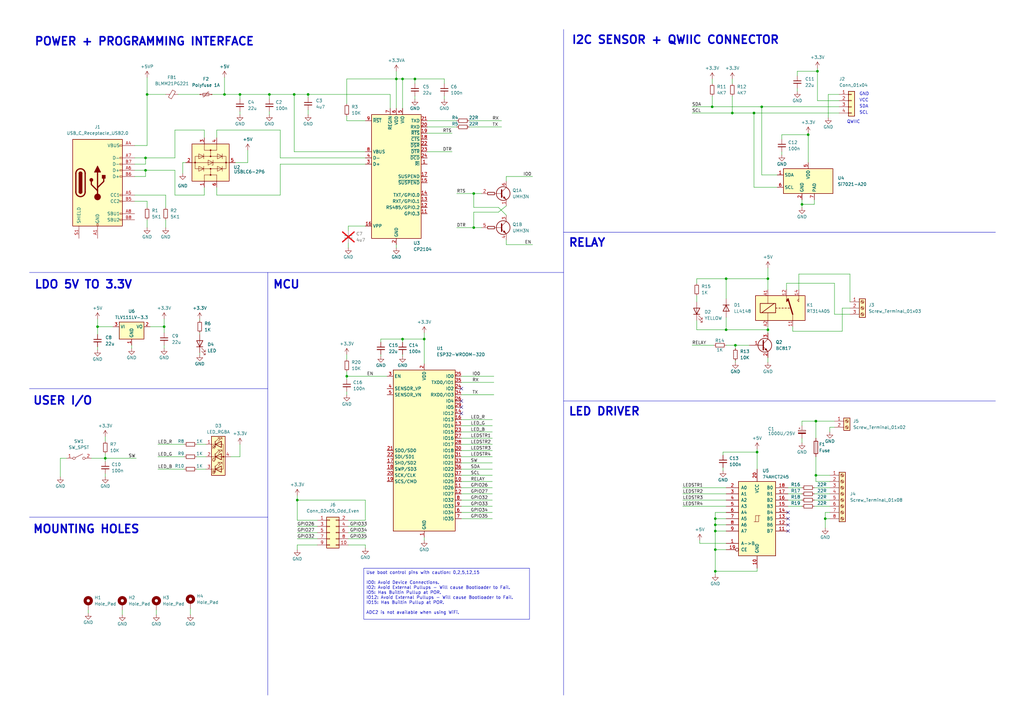
<source format=kicad_sch>
(kicad_sch (version 20230121) (generator eeschema)
  (paper "A3")
  (title_block (title "IoT Temperature and Humidity on ESP32") (date "2024-07-07") (rev "1.0") (company "-"))
  (junction (at 60.325 38.735))
  (junction (at 43.18 187.96))
  (junction (at 165.1 32.385))
  (junction (at 110.49 38.735))
  (junction (at 40.005 133.985))
  (junction (at 297.815 114.3))
  (junction (at 300.355 46.355))
  (junction (at 170.18 32.385))
  (junction (at 338.455 212.725))
  (junction (at 142.24 154.305))
  (junction (at 293.37 212.725))
  (junction (at 310.515 185.42))
  (junction (at 314.96 135.255))
  (junction (at 297.815 135.255))
  (junction (at 334.645 172.72))
  (junction (at 59.69 64.77))
  (junction (at 335.28 29.21))
  (junction (at 98.425 38.735))
  (junction (at 293.37 217.805))
  (junction (at 328.93 83.82))
  (junction (at 334.645 194.945))
  (junction (at 314.96 114.3))
  (junction (at 293.37 234.315))
  (junction (at 121.92 205.105))
  (junction (at 292.1 43.815))
  (junction (at 309.245 46.355))
  (junction (at 165.1 139.065))
  (junction (at 120.65 38.735))
  (junction (at 293.37 225.425))
  (junction (at 194.31 79.375))
  (junction (at 59.69 69.85))
  (junction (at 67.31 133.985))
  (junction (at 301.625 141.605))
  (junction (at 331.47 55.245))
  (junction (at 312.42 43.815))
  (junction (at 194.31 93.345))
  (junction (at 92.075 38.735))
  (junction (at 126.365 38.735))
  (junction (at 293.37 215.265))
  (junction (at 173.99 139.065))
  (junction (at 162.56 32.385))
  (no_connect (at 323.215 215.265))
  (no_connect (at 323.215 217.805))
  (no_connect (at 323.215 210.185))
  (no_connect (at 189.23 167.005))
  (no_connect (at 189.23 164.465))
  (no_connect (at 323.215 212.725))
  (no_connect (at 189.23 169.545))
  (no_connect (at 189.23 159.385))
  (wire (pts (xy 121.92 203.2) (xy 121.92 205.105)))
  (wire (pts (xy 81.915 144.78) (xy 81.915 145.415)))
  (wire (pts (xy 292.1 39.37) (xy 292.1 43.815)))
  (wire (pts (xy 310.515 185.42) (xy 310.515 192.405)))
  (wire (pts (xy 67.945 80.01) (xy 67.945 85.09)))
  (wire (pts (xy 287.02 221.615) (xy 287.02 222.885)))
  (wire (pts (xy 121.92 223.52) (xy 121.92 225.425)))
  (wire (pts (xy 142.875 220.98) (xy 149.86 220.98)))
  (wire (pts (xy 83.82 80.01) (xy 83.82 76.835)))
  (wire (pts (xy 340.36 210.185) (xy 338.455 210.185)))
  (wire (pts (xy 323.215 207.645) (xy 328.93 207.645)))
  (wire (pts (xy 328.93 83.82) (xy 328.93 85.09)))
  (wire (pts (xy 189.23 200.025) (xy 201.93 200.025)))
  (wire (pts (xy 142.24 145.415) (xy 142.24 147.32)))
  (wire (pts (xy 334.01 200.025) (xy 340.36 200.025)))
  (wire (pts (xy 71.755 53.34) (xy 83.82 53.34)))
  (wire (pts (xy 327.025 31.115) (xy 327.025 29.21)))
  (wire (pts (xy 297.815 141.605) (xy 301.625 141.605)))
  (wire (pts (xy 101.6 66.675) (xy 101.6 61.595)))
  (wire (pts (xy 80.645 192.405) (xy 84.455 192.405)))
  (wire (pts (xy 292.1 43.815) (xy 312.42 43.815)))
  (wire (pts (xy 110.49 45.72) (xy 110.49 46.99)))
  (wire (pts (xy 328.93 174.625) (xy 328.93 172.72)))
  (wire (pts (xy 334.645 194.945) (xy 340.36 194.945)))
  (wire (pts (xy 165.1 32.385) (xy 162.56 32.385)))
  (wire (pts (xy 280.035 205.105) (xy 297.815 205.105)))
  (wire (pts (xy 194.31 79.375) (xy 194.31 85.09)))
  (wire (pts (xy 309.245 46.355) (xy 344.17 46.355)))
  (wire (pts (xy 120.65 38.735) (xy 120.65 62.23)))
  (polyline (pts (xy 109.855 212.09) (xy 12.065 212.09)))
  (wire (pts (xy 142.875 223.52) (xy 149.86 223.52)))
  (wire (pts (xy 94.615 187.325) (xy 98.425 187.325)))
  (wire (pts (xy 36.195 250.19) (xy 36.195 251.46)))
  (wire (pts (xy 327.025 29.21) (xy 335.28 29.21)))
  (wire (pts (xy 160.02 44.45) (xy 160.02 38.735)))
  (wire (pts (xy 40.005 130.81) (xy 40.005 133.985)))
  (wire (pts (xy 142.875 99.695) (xy 142.875 101.6)))
  (wire (pts (xy 194.31 93.345) (xy 197.485 93.345)))
  (wire (pts (xy 348.615 112.395) (xy 348.615 123.825)))
  (wire (pts (xy 43.18 186.055) (xy 43.18 187.96)))
  (wire (pts (xy 280.035 207.645) (xy 297.815 207.645)))
  (wire (pts (xy 189.23 189.865) (xy 201.93 189.865)))
  (wire (pts (xy 142.24 154.305) (xy 158.75 154.305)))
  (wire (pts (xy 43.18 187.96) (xy 55.88 187.96)))
  (wire (pts (xy 170.18 39.37) (xy 170.18 40.64)))
  (wire (pts (xy 283.845 43.815) (xy 292.1 43.815)))
  (wire (pts (xy 149.86 223.52) (xy 149.86 224.79)))
  (wire (pts (xy 67.31 133.985) (xy 67.31 136.525)))
  (wire (pts (xy 59.69 64.77) (xy 71.755 64.77)))
  (polyline (pts (xy 109.855 159.385) (xy 12.065 159.385)))
  (wire (pts (xy 173.99 220.345) (xy 173.99 221.615)))
  (wire (pts (xy 24.765 187.96) (xy 24.765 195.58)))
  (wire (pts (xy 189.23 187.325) (xy 201.93 187.325)))
  (wire (pts (xy 325.12 133.985) (xy 325.12 135.89)))
  (wire (pts (xy 96.52 66.675) (xy 101.6 66.675)))
  (wire (pts (xy 64.77 192.405) (xy 75.565 192.405)))
  (wire (pts (xy 81.915 136.525) (xy 81.915 137.16)))
  (wire (pts (xy 312.42 43.815) (xy 344.17 43.815)))
  (wire (pts (xy 142.875 213.36) (xy 149.86 213.36)))
  (wire (pts (xy 27.305 187.96) (xy 24.765 187.96)))
  (wire (pts (xy 310.515 184.15) (xy 310.515 185.42)))
  (wire (pts (xy 328.93 172.72) (xy 334.645 172.72)))
  (wire (pts (xy 142.24 32.385) (xy 142.24 42.545)))
  (wire (pts (xy 297.815 225.425) (xy 293.37 225.425)))
  (wire (pts (xy 162.56 100.33) (xy 162.56 101.6)))
  (wire (pts (xy 59.69 72.39) (xy 59.69 69.85)))
  (wire (pts (xy 149.86 92.71) (xy 142.875 92.71)))
  (wire (pts (xy 287.02 222.885) (xy 297.815 222.885)))
  (wire (pts (xy 189.23 197.485) (xy 201.93 197.485)))
  (wire (pts (xy 121.92 205.105) (xy 121.92 213.36)))
  (wire (pts (xy 121.92 220.98) (xy 130.175 220.98)))
  (wire (pts (xy 162.56 29.21) (xy 162.56 32.385)))
  (wire (pts (xy 301.625 141.605) (xy 301.625 142.875)))
  (wire (pts (xy 293.37 225.425) (xy 293.37 234.315)))
  (wire (pts (xy 142.24 152.4) (xy 142.24 154.305)))
  (wire (pts (xy 334.645 197.485) (xy 340.36 197.485)))
  (wire (pts (xy 189.23 205.105) (xy 201.93 205.105)))
  (wire (pts (xy 207.645 98.425) (xy 207.645 100.33)))
  (wire (pts (xy 126.365 38.735) (xy 120.65 38.735)))
  (wire (pts (xy 60.325 38.735) (xy 60.325 31.75)))
  (wire (pts (xy 81.915 130.81) (xy 81.915 131.445)))
  (wire (pts (xy 314.96 133.985) (xy 314.96 135.255)))
  (wire (pts (xy 189.23 194.945) (xy 201.93 194.945)))
  (wire (pts (xy 189.23 192.405) (xy 201.93 192.405)))
  (wire (pts (xy 338.455 210.185) (xy 338.455 212.725)))
  (wire (pts (xy 53.975 141.605) (xy 53.975 142.875)))
  (wire (pts (xy 55.245 64.77) (xy 59.69 64.77)))
  (wire (pts (xy 322.58 118.745) (xy 322.58 116.205)))
  (wire (pts (xy 334.01 207.645) (xy 340.36 207.645)))
  (wire (pts (xy 189.23 156.845) (xy 202.565 156.845)))
  (wire (pts (xy 182.245 34.29) (xy 182.245 32.385)))
  (wire (pts (xy 173.99 136.525) (xy 173.99 139.065)))
  (wire (pts (xy 293.37 234.315) (xy 293.37 235.585)))
  (wire (pts (xy 331.47 54.61) (xy 331.47 55.245)))
  (wire (pts (xy 309.245 76.835) (xy 309.245 46.355)))
  (wire (pts (xy 187.325 79.375) (xy 194.31 79.375)))
  (wire (pts (xy 345.44 135.89) (xy 345.44 126.365)))
  (wire (pts (xy 280.035 200.025) (xy 297.815 200.025)))
  (wire (pts (xy 149.86 62.23) (xy 120.65 62.23)))
  (wire (pts (xy 292.1 32.385) (xy 292.1 34.29)))
  (wire (pts (xy 293.37 217.805) (xy 293.37 225.425)))
  (wire (pts (xy 88.9 56.515) (xy 88.9 53.34)))
  (wire (pts (xy 296.545 191.77) (xy 296.545 193.04)))
  (wire (pts (xy 342.265 128.905) (xy 348.615 128.905)))
  (wire (pts (xy 78.105 249.555) (xy 78.105 252.095)))
  (wire (pts (xy 73.025 38.735) (xy 81.915 38.735)))
  (wire (pts (xy 207.645 74.295) (xy 207.645 72.39)))
  (wire (pts (xy 175.26 54.61) (xy 185.42 54.61)))
  (wire (pts (xy 43.18 194.31) (xy 43.18 195.58)))
  (wire (pts (xy 301.625 141.605) (xy 307.34 141.605)))
  (wire (pts (xy 74.93 71.12) (xy 74.93 66.675)))
  (wire (pts (xy 296.545 186.69) (xy 296.545 185.42)))
  (wire (pts (xy 285.75 135.255) (xy 297.815 135.255)))
  (wire (pts (xy 189.23 202.565) (xy 201.93 202.565)))
  (wire (pts (xy 334.01 83.82) (xy 334.01 81.915)))
  (polyline (pts (xy 231.14 12.065) (xy 231.14 285.115)))
  (wire (pts (xy 61.595 133.985) (xy 67.31 133.985)))
  (wire (pts (xy 335.28 29.21) (xy 335.28 41.275)))
  (wire (pts (xy 189.23 207.645) (xy 201.93 207.645)))
  (wire (pts (xy 207.645 72.39) (xy 218.44 72.39)))
  (wire (pts (xy 344.17 41.275) (xy 335.28 41.275)))
  (wire (pts (xy 162.56 32.385) (xy 162.56 44.45)))
  (wire (pts (xy 342.265 116.205) (xy 342.265 128.905)))
  (wire (pts (xy 142.24 32.385) (xy 162.56 32.385)))
  (wire (pts (xy 297.815 135.255) (xy 314.96 135.255)))
  (wire (pts (xy 318.77 76.835) (xy 309.245 76.835)))
  (wire (pts (xy 182.245 32.385) (xy 170.18 32.385)))
  (wire (pts (xy 189.23 182.245) (xy 201.93 182.245)))
  (wire (pts (xy 297.815 114.3) (xy 285.75 114.3)))
  (wire (pts (xy 187.325 93.345) (xy 194.31 93.345)))
  (wire (pts (xy 64.135 250.19) (xy 64.135 252.095)))
  (wire (pts (xy 189.23 177.165) (xy 201.93 177.165)))
  (wire (pts (xy 207.645 100.33) (xy 218.44 100.33)))
  (wire (pts (xy 334.01 205.105) (xy 340.36 205.105)))
  (wire (pts (xy 334.645 194.945) (xy 334.645 197.485)))
  (wire (pts (xy 60.325 82.55) (xy 60.325 85.09)))
  (wire (pts (xy 67.945 90.17) (xy 67.945 93.345)))
  (wire (pts (xy 189.23 161.925) (xy 202.565 161.925)))
  (wire (pts (xy 194.31 85.09) (xy 204.47 85.09)))
  (wire (pts (xy 300.355 32.385) (xy 300.355 34.29)))
  (wire (pts (xy 285.75 114.3) (xy 285.75 116.205)))
  (wire (pts (xy 334.01 202.565) (xy 340.36 202.565)))
  (wire (pts (xy 142.875 92.71) (xy 142.875 94.615)))
  (wire (pts (xy 98.425 38.735) (xy 92.075 38.735)))
  (wire (pts (xy 55.245 67.31) (xy 59.69 67.31)))
  (wire (pts (xy 175.26 52.07) (xy 187.325 52.07)))
  (wire (pts (xy 142.875 218.44) (xy 149.86 218.44)))
  (wire (pts (xy 189.23 210.185) (xy 201.93 210.185)))
  (wire (pts (xy 43.18 179.07) (xy 43.18 180.975)))
  (wire (pts (xy 301.625 147.955) (xy 301.625 148.59)))
  (wire (pts (xy 293.37 234.315) (xy 310.515 234.315)))
  (wire (pts (xy 142.875 215.9) (xy 149.86 215.9)))
  (polyline (pts (xy 12.065 111.76) (xy 231.14 111.76)))
  (wire (pts (xy 189.23 179.705) (xy 201.93 179.705)))
  (wire (pts (xy 189.23 172.085) (xy 201.93 172.085)))
  (wire (pts (xy 114.935 64.77) (xy 149.86 64.77)))
  (wire (pts (xy 338.455 212.725) (xy 340.36 212.725)))
  (wire (pts (xy 121.92 213.36) (xy 130.175 213.36)))
  (wire (pts (xy 293.37 210.185) (xy 293.37 212.725)))
  (wire (pts (xy 60.325 59.69) (xy 55.245 59.69)))
  (wire (pts (xy 88.9 80.01) (xy 114.935 80.01)))
  (wire (pts (xy 339.725 38.735) (xy 339.725 48.26)))
  (wire (pts (xy 80.645 182.245) (xy 84.455 182.245)))
  (wire (pts (xy 88.9 53.34) (xy 114.935 53.34)))
  (wire (pts (xy 173.99 139.065) (xy 173.99 149.225)))
  (wire (pts (xy 285.75 121.285) (xy 285.75 123.825)))
  (wire (pts (xy 323.215 202.565) (xy 328.93 202.565)))
  (wire (pts (xy 194.31 86.995) (xy 204.47 86.995)))
  (wire (pts (xy 344.17 38.735) (xy 339.725 38.735)))
  (wire (pts (xy 149.86 49.53) (xy 142.24 49.53)))
  (wire (pts (xy 156.21 139.065) (xy 165.1 139.065)))
  (wire (pts (xy 345.44 126.365) (xy 348.615 126.365)))
  (wire (pts (xy 328.93 179.705) (xy 328.93 181.61)))
  (wire (pts (xy 297.815 130.175) (xy 297.815 135.255)))
  (wire (pts (xy 322.58 116.205) (xy 342.265 116.205)))
  (wire (pts (xy 310.515 234.315) (xy 310.515 233.045)))
  (wire (pts (xy 192.405 52.07) (xy 205.74 52.07)))
  (wire (pts (xy 323.215 205.105) (xy 328.93 205.105)))
  (wire (pts (xy 297.815 212.725) (xy 293.37 212.725)))
  (wire (pts (xy 323.215 200.025) (xy 328.93 200.025)))
  (wire (pts (xy 293.37 215.265) (xy 293.37 217.805)))
  (wire (pts (xy 40.005 133.985) (xy 40.005 137.16)))
  (wire (pts (xy 293.37 212.725) (xy 293.37 215.265)))
  (wire (pts (xy 283.845 46.355) (xy 300.355 46.355)))
  (wire (pts (xy 165.1 139.065) (xy 165.1 140.335)))
  (wire (pts (xy 189.23 184.785) (xy 201.93 184.785)))
  (wire (pts (xy 285.75 131.445) (xy 285.75 135.255)))
  (wire (pts (xy 342.265 175.26) (xy 340.36 175.26)))
  (wire (pts (xy 156.21 140.335) (xy 156.21 139.065)))
  (wire (pts (xy 71.755 69.85) (xy 71.755 80.01)))
  (wire (pts (xy 98.425 187.325) (xy 98.425 182.245)))
  (wire (pts (xy 320.675 55.245) (xy 331.47 55.245)))
  (wire (pts (xy 170.18 34.29) (xy 170.18 32.385)))
  (wire (pts (xy 59.69 69.85) (xy 71.755 69.85)))
  (wire (pts (xy 327.66 118.745) (xy 327.66 112.395)))
  (wire (pts (xy 55.245 80.01) (xy 67.945 80.01)))
  (wire (pts (xy 114.935 80.01) (xy 114.935 67.31)))
  (wire (pts (xy 189.23 212.725) (xy 201.93 212.725)))
  (wire (pts (xy 182.245 39.37) (xy 182.245 40.64)))
  (wire (pts (xy 71.755 80.01) (xy 83.82 80.01)))
  (wire (pts (xy 325.12 135.89) (xy 345.44 135.89)))
  (wire (pts (xy 67.31 141.605) (xy 67.31 142.875)))
  (wire (pts (xy 194.31 93.345) (xy 194.31 86.995)))
  (wire (pts (xy 60.325 38.735) (xy 60.325 59.69)))
  (wire (pts (xy 280.035 202.565) (xy 297.815 202.565)))
  (wire (pts (xy 334.645 172.72) (xy 334.645 179.705)))
  (wire (pts (xy 149.86 205.105) (xy 121.92 205.105)))
  (wire (pts (xy 165.1 139.065) (xy 173.99 139.065)))
  (wire (pts (xy 207.645 84.455) (xy 204.47 86.995)))
  (wire (pts (xy 110.49 38.735) (xy 110.49 40.64)))
  (wire (pts (xy 64.77 187.325) (xy 75.565 187.325)))
  (polyline (pts (xy 231.14 95.25) (xy 408.305 95.25)))
  (wire (pts (xy 50.165 250.19) (xy 50.165 252.095)))
  (wire (pts (xy 74.93 66.675) (xy 76.2 66.675)))
  (wire (pts (xy 121.92 218.44) (xy 130.175 218.44)))
  (wire (pts (xy 55.245 82.55) (xy 60.325 82.55)))
  (wire (pts (xy 92.075 38.735) (xy 92.075 31.75)))
  (wire (pts (xy 83.82 53.34) (xy 83.82 56.515)))
  (wire (pts (xy 327.025 36.195) (xy 327.025 37.465)))
  (wire (pts (xy 297.815 217.805) (xy 293.37 217.805)))
  (wire (pts (xy 297.815 210.185) (xy 293.37 210.185)))
  (wire (pts (xy 60.325 90.17) (xy 60.325 93.345)))
  (wire (pts (xy 98.425 45.72) (xy 98.425 46.99)))
  (wire (pts (xy 64.77 182.245) (xy 75.565 182.245)))
  (wire (pts (xy 165.1 32.385) (xy 165.1 44.45)))
  (wire (pts (xy 297.815 215.265) (xy 293.37 215.265)))
  (wire (pts (xy 175.26 49.53) (xy 187.325 49.53)))
  (wire (pts (xy 340.36 175.26) (xy 340.36 177.165)))
  (wire (pts (xy 110.49 38.735) (xy 98.425 38.735)))
  (wire (pts (xy 88.9 76.835) (xy 88.9 80.01)))
  (wire (pts (xy 175.26 62.23) (xy 185.42 62.23)))
  (wire (pts (xy 297.815 122.555) (xy 297.815 114.3)))
  (wire (pts (xy 86.995 38.735) (xy 92.075 38.735)))
  (wire (pts (xy 297.815 114.3) (xy 314.96 114.3)))
  (wire (pts (xy 114.935 67.31) (xy 149.86 67.31)))
  (wire (pts (xy 300.355 39.37) (xy 300.355 46.355)))
  (wire (pts (xy 126.365 38.735) (xy 126.365 40.005)))
  (wire (pts (xy 314.96 146.685) (xy 314.96 148.59)))
  (wire (pts (xy 170.18 32.385) (xy 165.1 32.385)))
  (wire (pts (xy 126.365 45.085) (xy 126.365 46.99)))
  (wire (pts (xy 55.245 69.85) (xy 59.69 69.85)))
  (wire (pts (xy 55.245 72.39) (xy 59.69 72.39)))
  (wire (pts (xy 142.24 154.305) (xy 142.24 155.575)))
  (wire (pts (xy 328.93 83.82) (xy 334.01 83.82)))
  (wire (pts (xy 189.23 174.625) (xy 201.93 174.625)))
  (wire (pts (xy 114.935 53.34) (xy 114.935 64.77)))
  (wire (pts (xy 283.845 141.605) (xy 292.735 141.605)))
  (wire (pts (xy 121.92 215.9) (xy 130.175 215.9)))
  (wire (pts (xy 334.645 187.325) (xy 334.645 194.945)))
  (wire (pts (xy 300.355 46.355) (xy 309.245 46.355)))
  (wire (pts (xy 43.18 187.96) (xy 43.18 189.23)))
  (wire (pts (xy 80.645 187.325) (xy 84.455 187.325)))
  (wire (pts (xy 320.675 62.23) (xy 320.675 63.5)))
  (wire (pts (xy 37.465 187.96) (xy 43.18 187.96)))
  (wire (pts (xy 312.42 71.755) (xy 312.42 43.815)))
  (polyline (pts (xy 109.855 111.76) (xy 109.855 285.115)))
  (polyline (pts (xy 231.14 164.465) (xy 408.305 164.465)))
  (wire (pts (xy 194.31 79.375) (xy 197.485 79.375)))
  (wire (pts (xy 156.21 145.415) (xy 156.21 146.05)))
  (wire (pts (xy 296.545 185.42) (xy 310.515 185.42)))
  (wire (pts (xy 327.66 112.395) (xy 348.615 112.395)))
  (wire (pts (xy 314.96 135.255) (xy 314.96 136.525)))
  (wire (pts (xy 314.96 109.855) (xy 314.96 114.3)))
  (wire (pts (xy 189.23 154.305) (xy 202.565 154.305)))
  (wire (pts (xy 46.355 133.985) (xy 40.005 133.985)))
  (wire (pts (xy 40.005 142.24) (xy 40.005 143.51)))
  (wire (pts (xy 130.175 223.52) (xy 121.92 223.52)))
  (wire (pts (xy 98.425 38.735) (xy 98.425 40.64)))
  (wire (pts (xy 142.24 160.655) (xy 142.24 161.925)))
  (wire (pts (xy 318.77 71.755) (xy 312.42 71.755)))
  (wire (pts (xy 342.265 172.72) (xy 334.645 172.72)))
  (wire (pts (xy 60.325 38.735) (xy 67.945 38.735)))
  (wire (pts (xy 149.86 213.36) (xy 149.86 205.105)))
  (wire (pts (xy 160.02 38.735) (xy 126.365 38.735)))
  (wire (pts (xy 338.455 212.725) (xy 338.455 216.535)))
  (wire (pts (xy 335.28 27.94) (xy 335.28 29.21)))
  (wire (pts (xy 67.31 130.81) (xy 67.31 133.985)))
  (wire (pts (xy 165.1 145.415) (xy 165.1 146.05)))
  (wire (pts (xy 71.755 64.77) (xy 71.755 53.34)))
  (wire (pts (xy 59.69 67.31) (xy 59.69 64.77)))
  (wire (pts (xy 331.47 55.245) (xy 331.47 66.675)))
  (wire (pts (xy 192.405 49.53) (xy 205.74 49.53)))
  (wire (pts (xy 314.96 114.3) (xy 314.96 118.745)))
  (wire (pts (xy 120.65 38.735) (xy 110.49 38.735)))
  (wire (pts (xy 207.645 88.265) (xy 204.47 85.09)))
  (wire (pts (xy 328.93 81.915) (xy 328.93 83.82)))
  (wire (pts (xy 320.675 57.15) (xy 320.675 55.245)))
  (wire (pts (xy 142.24 49.53) (xy 142.24 47.625)))
  (text_box "Use boot control pins with caution: 0,2,5,12,15\n\nIO0: Avoid Device Connections.\nIO2: Avoid External Pullups - Will cause Bootloader to Fail.\nIO5: Has Builtin Pullup at POR.\nIO12: Avoid External Pullups - Will cause Bootloader to Fail.\nIO15: Has Builtin Pullup at POR.\n\nADC2 is not available when using WiFi." (at 149.225 233.045 0) (size 67.945 20.955) (effects (font (size 1.27 1.27)) (justify left top)))
  (text "LED DRIVER" (at 233.045 170.815 0) (effects (font (size 3.302 3.302) (thickness 0.6604) bold) (justify left bottom)))
  (text "MOUNTING HOLES" (at 13.335 219.075 0) (effects (font (size 3.302 3.302) (thickness 0.6604) bold) (justify left bottom)))
  (text "USER I/O" (at 13.335 166.37 0) (effects (font (size 3.302 3.302) (thickness 0.6604) bold) (justify left bottom)))
  (text "POWER + PROGRAMMING INTERFACE" (at 13.97 19.05 0) (effects (font (size 3.302 3.302) (thickness 0.6604) bold) (justify left bottom)))
  (text "SCL" (at 352.425 46.99 0) (effects (font (size 1.27 1.27)) (justify left bottom)))
  (text "SDA" (at 352.425 44.45 0) (effects (font (size 1.27 1.27)) (justify left bottom)))
  (text "I2C SENSOR + QWIIC CONNECTOR" (at 234.315 18.415 0) (effects (font (size 3.302 3.302) (thickness 0.6604) bold) (justify left bottom)))
  (text "RELAY" (at 233.045 101.6 0) (effects (font (size 3.302 3.302) (thickness 0.6604) bold) (justify left bottom)))
  (text "VCC" (at 352.425 41.91 0) (effects (font (size 1.27 1.27)) (justify left bottom)))
  (text "GND" (at 352.425 39.37 0) (effects (font (size 1.27 1.27)) (justify left bottom)))
  (text "MCU" (at 111.76 118.745 0) (effects (font (size 3.302 3.302) (thickness 0.6604) bold) (justify left bottom)))
  (text "LDO 5V TO 3.3V" (at 13.97 118.745 0) (effects (font (size 3.302 3.302) (thickness 0.6604) bold) (justify left bottom)))
  (text "QWIIC" (at 347.345 50.8 0) (effects (font (size 1.27 1.27)) (justify left bottom)))
  (label "RX" (at 193.675 156.845 0))
  (label "SCL" (at 193.04 194.945 0))
  (label "RELAY" (at 193.04 197.485 0))
  (label "RTS" (at 187.325 79.375 0))
  (label "GPIO27" (at 193.04 202.565 0))
  (label "GPIO34" (at 143.51 218.44 0))
  (label "LEDSTR2" (at 193.04 182.245 0))
  (label "EN" (at 215.265 100.33 0))
  (label "GPIO35" (at 143.51 220.98 0))
  (label "GPIO33" (at 143.51 215.9 0))
  (label "SDA" (at 193.04 192.405 0))
  (label "LED_G" (at 64.77 187.325 0))
  (label "GPIO32" (at 193.04 205.105 0))
  (label "DTR" (at 187.325 93.345 0))
  (label "TX" (at 201.93 52.07 0))
  (label "LED_G" (at 193.04 174.625 0))
  (label "GPIO26" (at 121.92 215.9 0))
  (label "RX" (at 201.93 49.53 0))
  (label "GPIO34" (at 193.04 210.185 0))
  (label "LEDSTR3" (at 280.035 205.105 0))
  (label "IO0" (at 214.63 72.39 0))
  (label "GPIO32" (at 121.92 220.98 0))
  (label "LEDSTR2" (at 280.035 202.565 0))
  (label "RTS" (at 181.61 54.61 0))
  (label "LEDSTR4" (at 280.035 207.645 0))
  (label "DTR" (at 181.61 62.23 0))
  (label "GPIO35" (at 193.04 212.725 0))
  (label "LED_B" (at 64.77 192.405 0))
  (label "LEDSTR4" (at 193.04 187.325 0))
  (label "RELAY" (at 283.845 141.605 0))
  (label "SCL" (at 283.845 46.355 0))
  (label "IO0" (at 193.675 154.305 0))
  (label "SDA" (at 283.845 43.815 0))
  (label "GPIO33" (at 193.04 207.645 0))
  (label "LEDSTR3" (at 193.04 184.785 0))
  (label "SW" (at 52.705 187.96 0))
  (label "LED_R" (at 193.04 172.085 0))
  (label "LED_B" (at 193.04 177.165 0))
  (label "SW" (at 193.04 189.865 0))
  (label "TX" (at 193.675 161.925 0))
  (label "LEDSTR1" (at 280.035 200.025 0))
  (label "LED_R" (at 64.77 182.245 0))
  (label "EN" (at 150.495 154.305 0))
  (label "GPIO26" (at 193.04 200.025 0))
  (label "GPIO27" (at 121.92 218.44 0))
  (label "LEDSTR1" (at 193.04 179.705 0))
  (symbol (lib_id "power:+3.3V") (at 142.24 145.415 0) (unit 1)
    (property "Reference" "#PWR052" (effects hide))
    (property "Value" "+3.3V" (at 142.24 140.97 0))
  )
  (symbol (lib_id "Device:C_Small") (at 98.425 43.18 0) (unit 1)
    (property "Reference" "C4" (at 101.6 41.9163 0) (effects (justify left)))
    (property "Value" "22u" (at 101.6 44.4563 0) (effects (justify left)))
    (property "Footprint" "Capacitor_SMD:C_0805_2012Metric_Pad1.18x1.45mm_HandSolder" (effects hide))
  )
  (symbol (lib_id "Device:Fuse") (at 334.645 183.515 0) (unit 1)
    (property "Reference" "F1" (at 335.915 182.245 0) (effects (justify left)))
    (property "Value" "Fuse" (at 335.915 184.785 0) (effects (justify left)))
    (property "Footprint" "FUSE_696105003002:CONN2_03002_WRE" (effects hide))
  )
  (symbol (lib_id "Device:C_Small") (at 142.875 97.155 0) (unit 1) (in_bom no) (dnp yes)
    (property "Reference" "C7" (at 146.05 95.8913 0) (effects (justify left)))
    (property "Value" "4u7" (at 146.05 98.4313 0) (effects (justify left)))
    (property "Footprint" "Capacitor_SMD:C_0805_2012Metric_Pad1.18x1.45mm_HandSolder" (effects hide))
  )
  (symbol (lib_id "Device:R_Small") (at 60.325 87.63 0) (unit 1)
    (property "Reference" "R1" (at 62.23 86.36 0) (effects (justify left)))
    (property "Value" "5K1" (at 62.23 88.9 0) (effects (justify left)))
    (property "Footprint" "Resistor_SMD:R_0402_1005Metric_Pad0.72x0.64mm_HandSolder" (effects hide))
  )
  (symbol (lib_id "Connector:Screw_Terminal_01x08") (at 345.44 202.565 0) (unit 1)
    (property "Reference" "J4" (at 348.615 202.565 0) (effects (justify left)))
    (property "Value" "Screw_Terminal_01x08" (at 348.615 205.105 0) (effects (justify left)))
    (property "Footprint" "TerminalBlock_Phoenix:TerminalBlock_Phoenix_MKDS-1,5-8-5.08_1x08_P5.08mm_Horizontal" (effects hide))
  )
  (symbol (lib_id "Regulator_Linear:LM1117MP-3.3") (at 53.975 133.985 0) (unit 1)
    (property "Reference" "U6" (at 53.975 127.635 0))
    (property "Value" "TLV111LV-3.3" (at 53.975 130.175 0))
    (property "Footprint" "Package_TO_SOT_SMD:SOT-223-3_TabPin2" (effects hide))
    (property "Datasheet" "http://www.ti.com/lit/ds/symlink/lm1117.pdf" (effects hide))
  )
  (symbol (lib_id "power:GND") (at 50.165 252.095 0) (unit 1)
    (property "Reference" "#PWR027" (effects hide))
    (property "Value" "GND" (at 50.165 255.905 0))
  )
  (symbol (lib_id "Sensor_Humidity:Si7021-A20") (at 331.47 74.295 0) (unit 1)
    (property "Reference" "U4" (at 343.535 73.025 0) (effects (justify left)))
    (property "Value" "Si7021-A20" (at 343.535 75.565 0) (effects (justify left)))
    (property "Footprint" "Package_DFN_QFN:DFN-6-1EP_3x3mm_P1mm_EP1.5x2.4mm" (effects hide))
    (property "Datasheet" "https://www.silabs.com/documents/public/data-sheets/Si7021-A20.pdf" (effects hide))
  )
  (symbol (lib_id "Device:C_Small") (at 156.21 142.875 0) (unit 1)
    (property "Reference" "C15" (at 159.385 141.6113 0) (effects (justify left)))
    (property "Value" "22u" (at 159.385 144.1513 0) (effects (justify left)))
    (property "Footprint" "Capacitor_SMD:C_0805_2012Metric_Pad1.18x1.45mm_HandSolder" (effects hide))
  )
  (symbol (lib_id "Transistor_BJT:UMH3N") (at 202.565 93.345 0) (unit 2)
    (property "Reference" "Q1" (at 210.185 92.075 0) (effects (justify left)))
    (property "Value" "UMH3N" (at 210.185 94.615 0) (effects (justify left)))
    (property "Footprint" "Package_TO_SOT_SMD:SOT-363_SC-70-6" (effects hide))
    (property "Datasheet" "http://rohmfs.rohm.com/en/products/databook/datasheet/discrete/transistor/digital/emh3t2r-e.pdf" (effects hide))
  )
  (symbol (lib_id "power:GND") (at 126.365 46.99 0) (unit 1)
    (property "Reference" "#PWR09" (effects hide))
    (property "Value" "GND" (at 126.365 50.8 0))
  )
  (symbol (lib_id "Device:C_Small") (at 110.49 43.18 0) (unit 1)
    (property "Reference" "C2" (at 113.03 41.9163 0) (effects (justify left)))
    (property "Value" "100n" (at 113.03 44.4563 0) (effects (justify left)))
    (property "Footprint" "Capacitor_SMD:C_0402_1005Metric_Pad0.74x0.62mm_HandSolder" (effects hide))
  )
  (symbol (lib_id "Diode:LL4148") (at 297.815 126.365 270) (unit 1)
    (property "Reference" "D1" (at 300.99 125.095 90) (effects (justify left)))
    (property "Value" "LL4148" (at 300.99 127.635 90) (effects (justify left)))
    (property "Footprint" "Diode_SMD:D_MiniMELF" (effects hide))
    (property "Datasheet" "http://www.vishay.com/docs/85557/ll4148.pdf" (effects hide))
    (property "Sim.Device" "D" (effects hide))
    (property "Sim.Pins" "1=K 2=A" (effects hide))
  )
  (symbol (lib_id "Connector_Generic:Conn_01x04") (at 349.25 41.275 0) (unit 1)
    (property "Reference" "J2" (at 344.17 32.385 0) (effects (justify left)))
    (property "Value" "Conn_01x04" (at 344.17 34.925 0) (effects (justify left)))
    (property "Footprint" "Connector_JST:JST_SH_SM04B-SRSS-TB_1x04-1MP_P1.00mm_Horizontal" (effects hide))
  )
  (symbol (lib_id "Device:C_Small") (at 43.18 191.77 0) (unit 1)
    (property "Reference" "C10" (at 45.72 190.5063 0) (effects (justify left)))
    (property "Value" "100n" (at 45.72 193.0463 0) (effects (justify left)))
    (property "Footprint" "Capacitor_SMD:C_0402_1005Metric_Pad0.74x0.62mm_HandSolder" (effects hide))
  )
  (symbol (lib_id "power:GND") (at 36.195 251.46 0) (unit 1)
    (property "Reference" "#PWR026" (effects hide))
    (property "Value" "GND" (at 36.195 255.27 0))
  )
  (symbol (lib_id "Mechanical:MountingHole_Pad") (at 50.165 247.65 0) (unit 1)
    (property "Reference" "H2" (at 52.705 245.11 0) (effects (justify left)))
    (property "Value" "Hole_Pad" (at 52.705 247.65 0) (effects (justify left)))
    (property "Footprint" "MountingHole:MountingHole_3.2mm_M3_Pad_Via" (effects hide))
  )
  (symbol (lib_id "power:GND") (at 338.455 216.535 0) (unit 1)
    (property "Reference" "#PWR045" (effects hide))
    (property "Value" "GND" (at 338.455 220.345 0))
  )
  (symbol (lib_id "Device:R_Small") (at 300.355 36.83 0) (unit 1)
    (property "Reference" "R12" (at 302.26 35.56 0) (effects (justify left)))
    (property "Value" "4K7" (at 302.26 38.1 0) (effects (justify left)))
    (property "Footprint" "Resistor_SMD:R_0402_1005Metric_Pad0.72x0.64mm_HandSolder" (effects hide))
  )
  (symbol (lib_id "Device:LED_RGBA") (at 89.535 187.325 0) (unit 1)
    (property "Reference" "D3" (at 89.535 174.625 0))
    (property "Value" "LED_RGBA" (at 89.535 177.165 0))
    (property "Footprint" "LED_SMD:LED_RGB_Wuerth-PLCC4_3.2x2.8mm_150141M173100" (effects hide))
  )
  (symbol (lib_id "Device:C_Polarized_Small") (at 328.93 177.165 0) (unit 1)
    (property "Reference" "C1" (at 314.96 175.895 0) (effects (justify left)))
    (property "Value" "1000U/25V" (at 314.96 177.8 0) (effects (justify left)))
    (property "Footprint" "Capacitor_THT:CP_Radial_D10.0mm_P5.00mm" (effects hide))
  )
  (symbol (lib_id "power:GND") (at 156.21 146.05 0) (unit 1)
    (property "Reference" "#PWR050" (effects hide))
    (property "Value" "GND" (at 156.21 149.86 0))
  )
  (symbol (lib_id "Device:R_Small") (at 301.625 145.415 0) (unit 1)
    (property "Reference" "R13" (at 303.53 144.145 0) (effects (justify left)))
    (property "Value" "10K" (at 303.53 146.685 0) (effects (justify left)))
    (property "Footprint" "Resistor_SMD:R_0402_1005Metric_Pad0.72x0.64mm_HandSolder" (effects hide))
  )
  (symbol (lib_id "power:GND") (at 110.49 46.99 0) (unit 1)
    (property "Reference" "#PWR07" (effects hide))
    (property "Value" "GND" (at 110.49 50.8 0))
  )
  (symbol (lib_id "power:GND") (at 162.56 101.6 0) (unit 1)
    (property "Reference" "#PWR014" (effects hide))
    (property "Value" "GND" (at 162.56 105.41 0))
  )
  (symbol (lib_id "power:GND") (at 67.945 93.345 0) (unit 1)
    (property "Reference" "#PWR02" (effects hide))
    (property "Value" "GND" (at 67.945 97.155 0))
  )
  (symbol (lib_id "Device:Polyfuse_Small") (at 84.455 38.735 270) (unit 1)
    (property "Reference" "F2" (at 84.455 32.385 90))
    (property "Value" "Polyfuse 1A" (at 84.455 34.925 90))
    (property "Footprint" "Fuse:Fuse_1206_3216Metric_Pad1.42x1.75mm_HandSolder" (effects hide))
  )
  (symbol (lib_id "power:GND") (at 98.425 46.99 0) (unit 1)
    (property "Reference" "#PWR08" (effects hide))
    (property "Value" "GND" (at 98.425 50.8 0))
  )
  (symbol (lib_id "power:+3.3V") (at 300.355 32.385 0) (unit 1)
    (property "Reference" "#PWR037" (effects hide))
    (property "Value" "+3.3V" (at 300.355 27.94 0))
  )
  (symbol (lib_id "Device:LED") (at 81.915 140.97 90) (unit 1)
    (property "Reference" "D4" (at 85.09 141.2875 90) (effects (justify right)))
    (property "Value" "LED" (at 85.09 143.8275 90) (effects (justify right)))
    (property "Footprint" "LED_SMD:LED_0603_1608Metric_Pad1.05x0.95mm_HandSolder" (effects hide))
  )
  (symbol (lib_id "Device:R_Small") (at 331.47 202.565 90) (unit 1)
    (property "Reference" "R17" (at 328.295 201.295 90) (effects (justify left)))
    (property "Value" "22R" (at 339.09 201.295 90) (effects (justify left)))
    (property "Footprint" "Resistor_SMD:R_0402_1005Metric_Pad0.72x0.64mm_HandSolder" (effects hide))
  )
  (symbol (lib_id "Device:C_Small") (at 126.365 42.545 0) (unit 1)
    (property "Reference" "C3" (at 129.54 41.2813 0) (effects (justify left)))
    (property "Value" "4u7" (at 129.54 43.8213 0) (effects (justify left)))
    (property "Footprint" "Capacitor_SMD:C_0805_2012Metric_Pad1.18x1.45mm_HandSolder" (effects hide))
  )
  (symbol (lib_id "Transistor_BJT:UMH3N") (at 202.565 79.375 0) (unit 1)
    (property "Reference" "Q1" (at 210.185 78.105 0) (effects (justify left)))
    (property "Value" "UMH3N" (at 210.185 80.645 0) (effects (justify left)))
    (property "Footprint" "Package_TO_SOT_SMD:SOT-363_SC-70-6" (effects hide))
    (property "Datasheet" "http://rohmfs.rohm.com/en/products/databook/datasheet/discrete/transistor/digital/emh3t2r-e.pdf" (effects hide))
  )
  (symbol (lib_id "power:GND") (at 64.135 252.095 0) (unit 1)
    (property "Reference" "#PWR028" (effects hide))
    (property "Value" "GND" (at 64.135 255.905 0))
  )
  (symbol (lib_id "Device:R_Small") (at 295.275 141.605 90) (unit 1)
    (property "Reference" "R14" (at 297.18 139.7 90) (effects (justify left)))
    (property "Value" "1K" (at 296.545 143.51 90) (effects (justify left)))
    (property "Footprint" "Resistor_SMD:R_0402_1005Metric_Pad0.72x0.64mm_HandSolder" (effects hide))
  )
  (symbol (lib_id "power:+5V") (at 92.075 31.75 0) (unit 1)
    (property "Reference" "#PWR05" (effects hide))
    (property "Value" "+5V" (at 92.075 27.305 0))
  )
  (symbol (lib_id "Device:C_Small") (at 40.005 139.7 0) (unit 1)
    (property "Reference" "C8" (at 43.18 138.4363 0) (effects (justify left)))
    (property "Value" "22u" (at 43.18 140.9763 0) (effects (justify left)))
    (property "Footprint" "Capacitor_SMD:C_0805_2012Metric_Pad1.18x1.45mm_HandSolder" (effects hide))
  )
  (symbol (lib_id "Device:R_Small") (at 331.47 207.645 90) (unit 1)
    (property "Reference" "R19" (at 328.295 206.375 90) (effects (justify left)))
    (property "Value" "22R" (at 339.09 206.375 90) (effects (justify left)))
    (property "Footprint" "Resistor_SMD:R_0402_1005Metric_Pad0.72x0.64mm_HandSolder" (effects hide))
  )
  (symbol (lib_id "power:GND") (at 170.18 40.64 0) (unit 1)
    (property "Reference" "#PWR010" (effects hide))
    (property "Value" "GND" (at 170.18 44.45 0))
  )
  (symbol (lib_id "power:+3.3V") (at 98.425 182.245 0) (unit 1)
    (property "Reference" "#PWR025" (effects hide))
    (property "Value" "+3.3V" (at 98.425 177.8 0))
  )
  (symbol (lib_id "power:GND") (at 121.92 225.425 0) (unit 1)
    (property "Reference" "#PWR055" (effects hide))
    (property "Value" "GND" (at 121.92 229.235 0))
  )
  (symbol (lib_id "Device:R_Small") (at 78.105 192.405 90) (unit 1)
    (property "Reference" "R10" (at 75.565 191.135 90) (effects (justify left)))
    (property "Value" "1K" (at 83.185 191.135 90) (effects (justify left)))
    (property "Footprint" "Resistor_SMD:R_0402_1005Metric_Pad0.72x0.64mm_HandSolder" (effects hide))
  )
  (symbol (lib_id "Connector:USB_C_Receptacle_USB2.0") (at 40.005 74.93 0) (unit 1)
    (property "Reference" "J1" (at 40.005 52.07 0))
    (property "Value" "USB_C_Receptacle_USB2.0" (at 40.005 54.61 0))
    (property "Footprint" "Connector_USB:USB_C_Receptacle_HRO_TYPE-C-31-M-12" (effects hide))
    (property "Datasheet" "https://www.usb.org/sites/default/files/documents/usb_type-c.zip" (effects hide))
  )
  (symbol (lib_id "Device:R_Small") (at 292.1 36.83 0) (unit 1)
    (property "Reference" "R11" (at 294.005 35.56 0) (effects (justify left)))
    (property "Value" "4K7" (at 294.005 38.1 0) (effects (justify left)))
    (property "Footprint" "Resistor_SMD:R_0402_1005Metric_Pad0.72x0.64mm_HandSolder" (effects hide))
  )
  (symbol (lib_id "Device:R_Small") (at 285.75 118.745 0) (unit 1)
    (property "Reference" "R15" (at 287.655 117.475 0) (effects (justify left)))
    (property "Value" "1K" (at 287.655 120.015 0) (effects (justify left)))
    (property "Footprint" "Resistor_SMD:R_0402_1005Metric_Pad0.72x0.64mm_HandSolder" (effects hide))
  )
  (symbol (lib_id "Switch:SW_SPST") (at 32.385 187.96 0) (unit 1)
    (property "Reference" "SW1" (at 32.385 180.975 0))
    (property "Value" "SW_SPST" (at 32.385 183.515 0))
    (property "Footprint" "Button_Switch_SMD:SW_Push_1P1T_NO_6x6mm_H9.5mm" (effects hide))
  )
  (symbol (lib_id "power:GND") (at 78.105 252.095 0) (unit 1)
    (property "Reference" "#PWR029" (effects hide))
    (property "Value" "GND" (at 78.105 255.905 0))
  )
  (symbol (lib_id "power:+5V") (at 287.02 221.615 0) (unit 1)
    (property "Reference" "#PWR043" (effects hide))
    (property "Value" "+5V" (at 287.02 217.17 0))
  )
  (symbol (lib_id "power:+3.3VA") (at 162.56 29.21 0) (unit 1)
    (property "Reference" "#PWR012" (effects hide))
    (property "Value" "+3.3VA" (at 162.56 24.765 0))
  )
  (symbol (lib_id "power:GND") (at 173.99 221.615 0) (unit 1)
    (property "Reference" "#PWR051" (effects hide))
    (property "Value" "GND" (at 173.99 225.425 0))
  )
  (symbol (lib_id "Device:R_Small") (at 189.865 49.53 90) (unit 1)
    (property "Reference" "R4" (at 187.96 48.26 90) (effects (justify left)))
    (property "Value" "22R" (at 196.215 48.26 90) (effects (justify left)))
    (property "Footprint" "Resistor_SMD:R_0402_1005Metric_Pad0.72x0.64mm_HandSolder" (effects hide))
  )
  (symbol (lib_id "Device:C_Small") (at 67.31 139.065 0) (unit 1)
    (property "Reference" "C9" (at 70.485 137.8013 0) (effects (justify left)))
    (property "Value" "22u" (at 70.485 140.3413 0) (effects (justify left)))
    (property "Footprint" "Capacitor_SMD:C_0805_2012Metric_Pad1.18x1.45mm_HandSolder" (effects hide))
  )
  (symbol (lib_id "Device:C_Small") (at 182.245 36.83 0) (unit 1)
    (property "Reference" "C6" (at 184.785 35.5663 0) (effects (justify left)))
    (property "Value" "100n" (at 184.785 38.1063 0) (effects (justify left)))
    (property "Footprint" "Capacitor_SMD:C_0402_1005Metric_Pad0.74x0.62mm_HandSolder" (effects hide))
  )
  (symbol (lib_id "Device:FerriteBead_Small") (at 70.485 38.735 270) (unit 1)
    (property "Reference" "FB1" (at 70.5231 31.75 90))
    (property "Value" "BLMM21PG221" (at 70.5231 34.29 90))
    (property "Footprint" "Inductor_SMD:L_0603_1608Metric_Pad1.05x0.95mm_HandSolder" (effects hide))
  )
  (symbol (lib_id "power:+3.3V") (at 43.18 179.07 0) (unit 1)
    (property "Reference" "#PWR024" (effects hide))
    (property "Value" "+3.3V" (at 43.18 174.625 0))
  )
  (symbol (lib_id "Mechanical:MountingHole_Pad") (at 78.105 247.015 0) (unit 1)
    (property "Reference" "H4" (at 80.645 244.475 0) (effects (justify left)))
    (property "Value" "Hole_Pad" (at 80.645 247.015 0) (effects (justify left)))
    (property "Footprint" "MountingHole:MountingHole_3.2mm_M3_Pad_Via" (effects hide))
  )
  (symbol (lib_id "power:GND") (at 53.975 142.875 0) (unit 1)
    (property "Reference" "#PWR017" (effects hide))
    (property "Value" "GND" (at 53.975 146.685 0))
  )
  (symbol (lib_id "power:GND") (at 43.18 195.58 0) (unit 1)
    (property "Reference" "#PWR023" (effects hide))
    (property "Value" "GND" (at 43.18 199.39 0))
  )
  (symbol (lib_id "power:+3.3V") (at 335.28 27.94 0) (unit 1)
    (property "Reference" "#PWR030" (effects hide))
    (property "Value" "+3.3V" (at 335.28 23.495 0))
  )
  (symbol (lib_id "power:GND") (at 301.625 148.59 0) (unit 1)
    (property "Reference" "#PWR039" (effects hide))
    (property "Value" "GND" (at 301.625 152.4 0))
  )
  (symbol (lib_id "Power_Protection:USBLC6-2P6") (at 86.36 66.675 270) (mirror x) (unit 1)
    (property "Reference" "U2" (at 97.155 68.58 90))
    (property "Value" "USBLC6-2P6" (at 102.235 70.4281 90))
    (property "Footprint" "Package_TO_SOT_SMD:SOT-666" (effects hide))
    (property "Datasheet" "https://www.st.com/resource/en/datasheet/usblc6-2.pdf" (effects hide))
  )
  (symbol (lib_id "Connector:Screw_Terminal_01x02") (at 347.345 172.72 0) (unit 1)
    (property "Reference" "J5" (at 349.885 172.72 0) (effects (justify left)))
    (property "Value" "Screw_Terminal_01x02" (at 349.885 175.26 0) (effects (justify left)))
    (property "Footprint" "TerminalBlock_Phoenix:TerminalBlock_Phoenix_MKDS-1,5-2-5.08_1x02_P5.08mm_Horizontal" (effects hide))
  )
  (symbol (lib_id "power:GND") (at 60.325 93.345 0) (unit 1)
    (property "Reference" "#PWR01" (effects hide))
    (property "Value" "GND" (at 60.325 97.155 0))
  )
  (symbol (lib_id "Device:C_Small") (at 165.1 142.875 0) (unit 1)
    (property "Reference" "C14" (at 167.64 141.6113 0) (effects (justify left)))
    (property "Value" "100n" (at 167.64 144.1513 0) (effects (justify left)))
    (property "Footprint" "Capacitor_SMD:C_0402_1005Metric_Pad0.74x0.62mm_HandSolder" (effects hide))
  )
  (symbol (lib_id "Device:LED") (at 285.75 127.635 90) (unit 1)
    (property "Reference" "D2" (at 288.925 127.9525 90) (effects (justify right)))
    (property "Value" "YELLOW" (at 288.925 130.4925 90) (effects (justify right)))
    (property "Footprint" "LED_SMD:LED_0603_1608Metric_Pad1.05x0.95mm_HandSolder" (effects hide))
  )
  (symbol (lib_id "power:GND") (at 340.36 177.165 0) (unit 1)
    (property "Reference" "#PWR046" (effects hide))
    (property "Value" "GND" (at 340.36 180.975 0))
  )
  (symbol (lib_id "power:+5V") (at 40.005 130.81 0) (unit 1)
    (property "Reference" "#PWR018" (effects hide))
    (property "Value" "+5V" (at 40.005 126.365 0))
  )
  (symbol (lib_id "power:GND") (at 24.765 195.58 0) (unit 1)
    (property "Reference" "#PWR022" (effects hide))
    (property "Value" "GND" (at 24.765 199.39 0))
  )
  (symbol (lib_id "Device:R_Small") (at 78.105 182.245 90) (unit 1)
    (property "Reference" "R8" (at 75.565 180.975 90) (effects (justify left)))
    (property "Value" "1K" (at 83.185 180.975 90) (effects (justify left)))
    (property "Footprint" "Resistor_SMD:R_0402_1005Metric_Pad0.72x0.64mm_HandSolder" (effects hide))
  )
  (symbol (lib_id "power:+3.3V") (at 292.1 32.385 0) (unit 1)
    (property "Reference" "#PWR036" (effects hide))
    (property "Value" "+3.3V" (at 292.1 27.94 0))
  )
  (symbol (lib_id "power:GND") (at 320.675 63.5 0) (unit 1)
    (property "Reference" "#PWR034" (effects hide))
    (property "Value" "GND" (at 320.675 67.31 0))
  )
  (symbol (lib_id "power:GND") (at 165.1 146.05 0) (unit 1)
    (property "Reference" "#PWR049" (effects hide))
    (property "Value" "GND" (at 165.1 149.86 0))
  )
  (symbol (lib_id "Device:R_Small") (at 189.865 52.07 90) (unit 1)
    (property "Reference" "R5" (at 187.96 50.8 90) (effects (justify left)))
    (property "Value" "22R" (at 196.215 50.8 90) (effects (justify left)))
    (property "Footprint" "Resistor_SMD:R_0402_1005Metric_Pad0.72x0.64mm_HandSolder" (effects hide))
  )
  (symbol (lib_id "power:GND") (at 293.37 235.585 0) (unit 1)
    (property "Reference" "#PWR044" (effects hide))
    (property "Value" "GND" (at 293.37 239.395 0))
  )
  (symbol (lib_id "Transistor_BJT:BC817") (at 312.42 141.605 0) (unit 1)
    (property "Reference" "Q2" (at 318.135 140.335 0) (effects (justify left)))
    (property "Value" "BC817" (at 318.135 142.875 0) (effects (justify left)))
    (property "Footprint" "Package_TO_SOT_SMD:SOT-23" (effects hide))
    (property "Datasheet" "https://www.onsemi.com/pub/Collateral/BC818-D.pdf" (effects hide))
  )
  (symbol (lib_id "power:GND") (at 339.725 48.26 0) (unit 1)
    (property "Reference" "#PWR031" (effects hide))
    (property "Value" "GND" (at 339.725 52.07 0))
  )
  (symbol (lib_id "power:+3.3V") (at 81.915 130.81 0) (unit 1)
    (property "Reference" "#PWR020" (effects hide))
    (property "Value" "+3.3V" (at 81.915 126.365 0))
  )
  (symbol (lib_id "Device:R_Small") (at 43.18 183.515 0) (unit 1)
    (property "Reference" "R7" (at 45.085 182.245 0) (effects (justify left)))
    (property "Value" "10K" (at 45.085 184.785 0) (effects (justify left)))
    (property "Footprint" "Resistor_SMD:R_0402_1005Metric_Pad0.72x0.64mm_HandSolder" (effects hide))
  )
  (symbol (lib_id "RF_Module:ESP32-WROOM-32D") (at 173.99 184.785 0) (unit 1)
    (property "Reference" "U1" (at 179.07 142.875 0) (effects (justify left)))
    (property "Value" "ESP32-WROOM-32D" (at 179.07 145.415 0) (effects (justify left)))
    (property "Footprint" "RF_Module:ESP32-WROOM-32D" (effects hide))
    (property "Datasheet" "https://www.espressif.com/sites/default/files/documentation/esp32-wroom-32d_esp32-wroom-32u_datasheet_en.pdf" (effects hide))
  )
  (symbol (lib_id "Device:C_Small") (at 142.24 158.115 0) (unit 1)
    (property "Reference" "C16" (at 144.78 156.8513 0) (effects (justify left)))
    (property "Value" "100n" (at 144.78 159.3913 0) (effects (justify left)))
    (property "Footprint" "Capacitor_SMD:C_0402_1005Metric_Pad0.74x0.62mm_HandSolder" (effects hide))
  )
  (symbol (lib_id "Connector_Generic:Conn_02x05_Odd_Even") (at 135.255 218.44 0) (unit 1)
    (property "Reference" "J6" (at 136.525 207.01 0))
    (property "Value" "Conn_02x05_Odd_Even" (at 136.525 209.55 0))
    (property "Footprint" "Connector_PinHeader_2.54mm:PinHeader_2x05_P2.54mm_Vertical" (effects hide))
  )
  (symbol (lib_id "power:GND") (at 74.93 71.12 0) (unit 1)
    (property "Reference" "#PWR03" (effects hide))
    (property "Value" "GND" (at 74.93 76.2 0))
  )
  (symbol (lib_id "power:GND") (at 314.96 148.59 0) (unit 1)
    (property "Reference" "#PWR038" (effects hide))
    (property "Value" "GND" (at 314.96 152.4 0))
  )
  (symbol (lib_id "power:+5VP") (at 60.325 31.75 0) (unit 1)
    (property "Reference" "#PWR04" (effects hide))
    (property "Value" "+5VP" (at 60.325 27.305 0))
  )
  (symbol (lib_id "power:GND") (at 328.93 181.61 0) (unit 1)
    (property "Reference" "#PWR047" (effects hide))
    (property "Value" "GND" (at 328.93 185.42 0))
  )
  (symbol (lib_id "power:+5V") (at 314.96 109.855 0) (unit 1)
    (property "Reference" "#PWR040" (effects hide))
    (property "Value" "+5V" (at 314.96 105.41 0))
  )
  (symbol (lib_id "Device:R_Small") (at 331.47 205.105 90) (unit 1)
    (property "Reference" "R18" (at 328.295 203.835 90) (effects (justify left)))
    (property "Value" "22R" (at 339.09 203.835 90) (effects (justify left)))
    (property "Footprint" "Resistor_SMD:R_0402_1005Metric_Pad0.72x0.64mm_HandSolder" (effects hide))
  )
  (symbol (lib_id "power:GND") (at 142.875 101.6 0) (unit 1)
    (property "Reference" "#PWR013" (effects hide))
    (property "Value" "GND" (at 142.875 105.41 0))
  )
  (symbol (lib_id "Device:C_Small") (at 320.675 59.69 0) (unit 1)
    (property "Reference" "C12" (at 323.215 58.4263 0) (effects (justify left)))
    (property "Value" "100n" (at 323.215 60.9663 0) (effects (justify left)))
    (property "Footprint" "Capacitor_SMD:C_0402_1005Metric_Pad0.74x0.62mm_HandSolder" (effects hide))
  )
  (symbol (lib_id "Device:R_Small") (at 78.105 187.325 90) (unit 1)
    (property "Reference" "R9" (at 75.565 186.055 90) (effects (justify left)))
    (property "Value" "1K" (at 83.185 186.055 90) (effects (justify left)))
    (property "Footprint" "Resistor_SMD:R_0402_1005Metric_Pad0.72x0.64mm_HandSolder" (effects hide))
  )
  (symbol (lib_id "power:+3.3V") (at 173.99 136.525 0) (unit 1)
    (property "Reference" "#PWR048" (effects hide))
    (property "Value" "+3.3V" (at 173.99 132.08 0))
  )
  (symbol (lib_id "Interface_USB:CP2104") (at 162.56 72.39 0) (unit 1)
    (property "Reference" "U3" (at 169.545 99.695 0) (effects (justify left)))
    (property "Value" "CP2104" (at 169.545 102.235 0) (effects (justify left)))
    (property "Footprint" "Package_DFN_QFN:QFN-24-1EP_4x4mm_P0.5mm_EP2.6x2.6mm" (effects hide))
    (property "Datasheet" "https://www.silabs.com/documents/public/data-sheets/cp2104.pdf" (effects hide))
  )
  (symbol (lib_id "Device:C_Small") (at 170.18 36.83 0) (unit 1)
    (property "Reference" "C5" (at 173.355 35.5663 0) (effects (justify left)))
    (property "Value" "22u" (at 173.355 38.1063 0) (effects (justify left)))
    (property "Footprint" "Capacitor_SMD:C_0805_2012Metric_Pad1.18x1.45mm_HandSolder" (effects hide))
  )
  (symbol (lib_id "Device:R_Small") (at 81.915 133.985 0) (unit 1)
    (property "Reference" "R6" (at 83.82 132.715 0) (effects (justify left)))
    (property "Value" "1K" (at 83.82 135.255 0) (effects (justify left)))
    (property "Footprint" "Resistor_SMD:R_0402_1005Metric_Pad0.72x0.64mm_HandSolder" (effects hide))
  )
  (symbol (lib_id "power:GND") (at 67.31 142.875 0) (unit 1)
    (property "Reference" "#PWR016" (effects hide))
    (property "Value" "GND" (at 67.31 146.685 0))
  )
  (symbol (lib_id "power:GND") (at 296.545 193.04 0) (unit 1)
    (property "Reference" "#PWR042" (effects hide))
    (property "Value" "GND" (at 296.545 196.85 0))
  )
  (symbol (lib_id "power:GND") (at 142.24 161.925 0) (unit 1)
    (property "Reference" "#PWR053" (effects hide))
    (property "Value" "GND" (at 142.24 165.735 0))
  )
  (symbol (lib_id "Mechanical:MountingHole_Pad") (at 64.135 247.65 0) (unit 1)
    (property "Reference" "H3" (at 66.675 245.11 0) (effects (justify left)))
    (property "Value" "Hole_Pad" (at 66.675 247.65 0) (effects (justify left)))
    (property "Footprint" "MountingHole:MountingHole_3.2mm_M3_Pad_Via" (effects hide))
  )
  (symbol (lib_id "Mechanical:MountingHole_Pad") (at 36.195 247.65 0) (unit 1)
    (property "Reference" "H1" (at 38.735 245.11 0) (effects (justify left)))
    (property "Value" "Hole_Pad" (at 38.735 247.65 0) (effects (justify left)))
    (property "Footprint" "MountingHole:MountingHole_3.2mm_M3_Pad_Via" (effects hide))
  )
  (symbol (lib_id "Device:R_Small") (at 142.24 45.085 0) (unit 1)
    (property "Reference" "R3" (at 144.145 43.815 0) (effects (justify left)))
    (property "Value" "10K" (at 144.145 46.355 0) (effects (justify left)))
    (property "Footprint" "Resistor_SMD:R_0402_1005Metric_Pad0.72x0.64mm_HandSolder" (effects hide))
  )
  (symbol (lib_id "power:+5V") (at 101.6 61.595 0) (unit 1)
    (property "Reference" "#PWR06" (effects hide))
    (property "Value" "+5V" (at 101.6 57.15 0))
  )
  (symbol (lib_id "power:GND") (at 327.025 37.465 0) (unit 1)
    (property "Reference" "#PWR032" (effects hide))
    (property "Value" "GND" (at 327.025 41.275 0))
  )
  (symbol (lib_id "Device:R_Small") (at 142.24 149.86 0) (unit 1)
    (property "Reference" "R20" (at 144.145 148.59 0) (effects (justify left)))
    (property "Value" "10K" (at 144.145 151.13 0) (effects (justify left)))
    (property "Footprint" "Resistor_SMD:R_0402_1005Metric_Pad0.72x0.64mm_HandSolder" (effects hide))
  )
  (symbol (lib_id "power:GND") (at 81.915 145.415 0) (unit 1)
    (property "Reference" "#PWR021" (effects hide))
    (property "Value" "GND" (at 81.915 149.225 0))
  )
  (symbol (lib_id "power:GND") (at 328.93 85.09 0) (unit 1)
    (property "Reference" "#PWR035" (effects hide))
    (property "Value" "GND" (at 328.93 88.9 0))
  )
  (symbol (lib_id "power:+3.3V") (at 331.47 54.61 0) (unit 1)
    (property "Reference" "#PWR033" (effects hide))
    (property "Value" "+3.3V" (at 331.47 50.165 0))
  )
  (symbol (lib_id "Device:R_Small") (at 67.945 87.63 0) (unit 1)
    (property "Reference" "R2" (at 69.85 86.36 0) (effects (justify left)))
    (property "Value" "5K1" (at 69.85 88.9 0) (effects (justify left)))
    (property "Footprint" "Resistor_SMD:R_0402_1005Metric_Pad0.72x0.64mm_HandSolder" (effects hide))
  )
  (symbol (lib_id "power:+3.3V") (at 67.31 130.81 0) (unit 1)
    (property "Reference" "#PWR019" (effects hide))
    (property "Value" "+3.3V" (at 67.31 126.365 0))
  )
  (symbol (lib_id "power:GND") (at 149.86 224.79 0) (unit 1)
    (property "Reference" "#PWR056" (effects hide))
    (property "Value" "GND" (at 149.86 228.6 0))
  )
  (symbol (lib_id "Device:C_Small") (at 327.025 33.655 0) (unit 1)
    (property "Reference" "C11" (at 330.2 32.3913 0) (effects (justify left)))
    (property "Value" "22u" (at 330.2 34.9313 0) (effects (justify left)))
    (property "Footprint" "Capacitor_SMD:C_0805_2012Metric_Pad1.18x1.45mm_HandSolder" (effects hide))
  )
  (symbol (lib_id "power:+3.3V") (at 121.92 203.2 0) (unit 1)
    (property "Reference" "#PWR054" (effects hide))
    (property "Value" "+3.3V" (at 121.92 198.755 0))
  )
  (symbol (lib_id "Relay:RT314A05") (at 320.04 126.365 0) (unit 1)
    (property "Reference" "K1" (at 330.835 125.095 0) (effects (justify left)))
    (property "Value" "RT314A05" (at 330.835 127.635 0) (effects (justify left)))
    (property "Footprint" "Relay_THT:Relay_SPDT_Schrack-RT1-16A-FormC_RM5mm" (effects hide))
    (property "Datasheet" "https://www.te.com/commerce/DocumentDelivery/DDEController?Action=srchrtrv&DocNm=RT1_bistable&DocType=DS&DocLang=English" (effects hide))
  )
  (symbol (lib_id "power:+5V") (at 310.515 184.15 0) (unit 1)
    (property "Reference" "#PWR041" (effects hide))
    (property "Value" "+5V" (at 310.515 179.705 0))
  )
  (symbol (lib_id "74xx:74HC245") (at 310.515 212.725 0) (unit 1)
    (property "Reference" "U5" (at 312.7091 193.04 0) (effects (justify left)))
    (property "Value" "74AHCT245" (at 312.7091 195.58 0) (effects (justify left)))
    (property "Footprint" "Package_DIP:DIP-20_W7.62mm" (effects hide))
    (property "Datasheet" "http://www.ti.com/lit/gpn/sn74HC245" (effects hide))
  )
  (symbol (lib_id "power:GND") (at 40.005 143.51 0) (unit 1)
    (property "Reference" "#PWR015" (effects hide))
    (property "Value" "GND" (at 40.005 147.32 0))
  )
  (symbol (lib_id "power:GND") (at 182.245 40.64 0) (unit 1)
    (property "Reference" "#PWR011" (effects hide))
    (property "Value" "GND" (at 182.245 44.45 0))
  )
  (symbol (lib_id "Connector:Screw_Terminal_01x03") (at 353.695 126.365 0) (unit 1)
    (property "Reference" "J3" (at 356.235 125.095 0) (effects (justify left)))
    (property "Value" "Screw_Terminal_01x03" (at 356.235 127.635 0) (effects (justify left)))
    (property "Footprint" "TerminalBlock_Phoenix:TerminalBlock_Phoenix_MKDS-1,5-3-5.08_1x03_P5.08mm_Horizontal" (effects hide))
  )
  (symbol (lib_id "Device:R_Small") (at 331.47 200.025 90) (unit 1)
    (property "Reference" "R16" (at 328.295 198.755 90) (effects (justify left)))
    (property "Value" "22R" (at 339.09 198.755 90) (effects (justify left)))
    (property "Footprint" "Resistor_SMD:R_0402_1005Metric_Pad0.72x0.64mm_HandSolder" (effects hide))
  )
  (symbol (lib_id "Device:C_Small") (at 296.545 189.23 0) (unit 1)
    (property "Reference" "C13" (at 299.085 187.9663 0) (effects (justify left)))
    (property "Value" "100n" (at 299.085 190.5063 0) (effects (justify left)))
    (property "Footprint" "Capacitor_SMD:C_0402_1005Metric_Pad0.74x0.62mm_HandSolder" (effects hide))
  )
)
</source>
